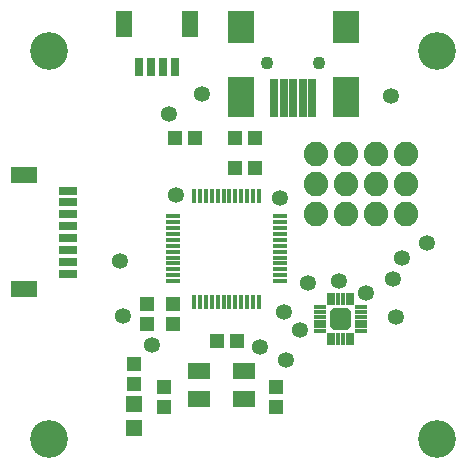
<source format=gts>
G75*
%MOIN*%
%OFA0B0*%
%FSLAX25Y25*%
%IPPOS*%
%LPD*%
%AMOC8*
5,1,8,0,0,1.08239X$1,22.5*
%
%ADD10R,0.04737X0.05131*%
%ADD11R,0.01587X0.04737*%
%ADD12R,0.04737X0.01587*%
%ADD13R,0.05524X0.08674*%
%ADD14R,0.03162X0.06115*%
%ADD15R,0.01587X0.03950*%
%ADD16R,0.03950X0.01587*%
%ADD17C,0.03431*%
%ADD18R,0.08674X0.10643*%
%ADD19R,0.08674X0.13792*%
%ADD20R,0.02769X0.13005*%
%ADD21C,0.04343*%
%ADD22R,0.07257X0.05682*%
%ADD23R,0.05131X0.04737*%
%ADD24R,0.05524X0.05524*%
%ADD25C,0.08200*%
%ADD26R,0.08674X0.05524*%
%ADD27R,0.06115X0.03162*%
%ADD28C,0.12611*%
%ADD29C,0.05328*%
D10*
X0107250Y0080729D03*
X0107250Y0087421D03*
X0124654Y0102825D03*
X0131346Y0102825D03*
X0144500Y0087421D03*
X0144500Y0080729D03*
X0110000Y0108479D03*
X0110000Y0115171D03*
X0101500Y0115171D03*
X0101500Y0108479D03*
X0130654Y0160575D03*
X0137346Y0160575D03*
X0137346Y0170575D03*
X0130654Y0170575D03*
X0117596Y0170575D03*
X0110904Y0170575D03*
D11*
X0117173Y0151292D03*
X0119142Y0151292D03*
X0121110Y0151292D03*
X0123079Y0151292D03*
X0125047Y0151292D03*
X0127016Y0151292D03*
X0128984Y0151292D03*
X0130953Y0151292D03*
X0132921Y0151292D03*
X0134890Y0151292D03*
X0136858Y0151292D03*
X0138827Y0151292D03*
X0138827Y0115858D03*
X0136858Y0115858D03*
X0134890Y0115858D03*
X0132921Y0115858D03*
X0130953Y0115858D03*
X0128984Y0115858D03*
X0127016Y0115858D03*
X0125047Y0115858D03*
X0123079Y0115858D03*
X0121110Y0115858D03*
X0119142Y0115858D03*
X0117173Y0115858D03*
D12*
X0110283Y0122748D03*
X0110283Y0124717D03*
X0110283Y0126685D03*
X0110283Y0128654D03*
X0110283Y0130622D03*
X0110283Y0132591D03*
X0110283Y0134559D03*
X0110283Y0136528D03*
X0110283Y0138496D03*
X0110283Y0140465D03*
X0110283Y0142433D03*
X0110283Y0144402D03*
X0145717Y0144402D03*
X0145717Y0142433D03*
X0145717Y0140465D03*
X0145717Y0138496D03*
X0145717Y0136528D03*
X0145717Y0134559D03*
X0145717Y0132591D03*
X0145717Y0130622D03*
X0145717Y0128654D03*
X0145717Y0126685D03*
X0145717Y0124717D03*
X0145717Y0122748D03*
D13*
X0115874Y0208494D03*
X0093826Y0208494D03*
D14*
X0098944Y0194025D03*
X0102881Y0194025D03*
X0106819Y0194025D03*
X0110756Y0194025D03*
D15*
X0162063Y0116768D03*
X0163638Y0116768D03*
X0165213Y0116768D03*
X0166787Y0116768D03*
X0168362Y0116768D03*
X0169937Y0116768D03*
X0169937Y0103382D03*
X0168362Y0103382D03*
X0166787Y0103382D03*
X0165213Y0103382D03*
X0163638Y0103382D03*
X0162063Y0103382D03*
D16*
X0159307Y0106138D03*
X0159307Y0107713D03*
X0159307Y0109288D03*
X0159307Y0110862D03*
X0159307Y0112437D03*
X0159307Y0114012D03*
X0172693Y0114012D03*
X0172693Y0112437D03*
X0172693Y0110862D03*
X0172693Y0109288D03*
X0172693Y0107713D03*
X0172693Y0106138D03*
D17*
X0164284Y0108044D02*
X0164284Y0112106D01*
X0167716Y0112106D01*
X0167716Y0108044D01*
X0164284Y0108044D01*
X0164284Y0111474D02*
X0167716Y0111474D01*
D18*
X0167770Y0207386D03*
X0132730Y0207386D03*
D19*
X0132730Y0184158D03*
X0167770Y0184158D03*
D20*
X0156549Y0183764D03*
X0153400Y0183764D03*
X0150250Y0183764D03*
X0147100Y0183764D03*
X0143951Y0183764D03*
D21*
X0141589Y0195575D03*
X0158911Y0195575D03*
D22*
X0133770Y0092839D03*
X0133770Y0083311D03*
X0118730Y0083311D03*
X0118730Y0092839D03*
D23*
X0097250Y0095171D03*
X0097250Y0088479D03*
D24*
X0097250Y0081959D03*
X0097250Y0073691D03*
D25*
X0157750Y0145075D03*
X0157750Y0155075D03*
X0157750Y0165075D03*
X0167750Y0165075D03*
X0177750Y0165075D03*
X0177750Y0155075D03*
X0167750Y0155075D03*
X0167750Y0145075D03*
X0177750Y0145075D03*
X0187750Y0145075D03*
X0187750Y0155075D03*
X0187750Y0165075D03*
D26*
X0060531Y0158067D03*
X0060531Y0120083D03*
D27*
X0075000Y0125201D03*
X0075000Y0129138D03*
X0075000Y0133075D03*
X0075000Y0137012D03*
X0075000Y0141012D03*
X0075000Y0145012D03*
X0075000Y0149012D03*
X0075000Y0152949D03*
D28*
X0068825Y0070165D03*
X0198000Y0070180D03*
X0198065Y0199480D03*
X0068785Y0199410D03*
D29*
X0108700Y0178325D03*
X0119800Y0184975D03*
X0111250Y0151325D03*
X0092617Y0129537D03*
X0093500Y0111075D03*
X0103250Y0101575D03*
X0139000Y0100825D03*
X0147750Y0096575D03*
X0152500Y0106575D03*
X0147250Y0112325D03*
X0155000Y0122075D03*
X0165500Y0122825D03*
X0174500Y0118825D03*
X0183500Y0123325D03*
X0186500Y0130575D03*
X0194750Y0135575D03*
X0184500Y0110825D03*
X0145750Y0150325D03*
X0182750Y0184575D03*
M02*

</source>
